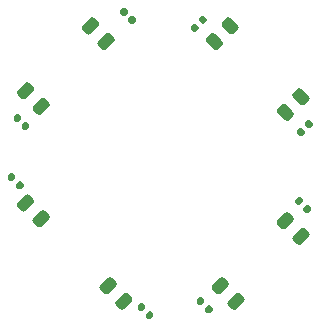
<source format=gbr>
%TF.GenerationSoftware,KiCad,Pcbnew,(5.1.6)-1*%
%TF.CreationDate,2021-01-25T18:01:45+00:00*%
%TF.ProjectId,Illum,496c6c75-6d2e-46b6-9963-61645f706362,rev?*%
%TF.SameCoordinates,Original*%
%TF.FileFunction,Paste,Top*%
%TF.FilePolarity,Positive*%
%FSLAX46Y46*%
G04 Gerber Fmt 4.6, Leading zero omitted, Abs format (unit mm)*
G04 Created by KiCad (PCBNEW (5.1.6)-1) date 2021-01-25 18:01:45*
%MOMM*%
%LPD*%
G01*
G04 APERTURE LIST*
G04 APERTURE END LIST*
%TO.C,R8*%
G36*
G01*
X117487625Y-117743674D02*
X117243673Y-117987625D01*
G75*
G02*
X117035077Y-117987625I-104298J104298D01*
G01*
X116826481Y-117779029D01*
G75*
G02*
X116826481Y-117570433I104298J104298D01*
G01*
X117070433Y-117326481D01*
G75*
G02*
X117279029Y-117326481I104298J-104298D01*
G01*
X117487625Y-117535077D01*
G75*
G02*
X117487625Y-117743673I-104298J-104298D01*
G01*
G37*
G36*
G01*
X118173519Y-118429568D02*
X117929567Y-118673519D01*
G75*
G02*
X117720971Y-118673519I-104298J104298D01*
G01*
X117512375Y-118464923D01*
G75*
G02*
X117512375Y-118256327I104298J104298D01*
G01*
X117756327Y-118012375D01*
G75*
G02*
X117964923Y-118012375I104298J-104298D01*
G01*
X118173519Y-118220971D01*
G75*
G02*
X118173519Y-118429567I-104298J-104298D01*
G01*
G37*
%TD*%
%TO.C,R7*%
G36*
G01*
X125855322Y-109756326D02*
X126099274Y-109512375D01*
G75*
G02*
X126307870Y-109512375I104298J-104298D01*
G01*
X126516466Y-109720971D01*
G75*
G02*
X126516466Y-109929567I-104298J-104298D01*
G01*
X126272514Y-110173519D01*
G75*
G02*
X126063918Y-110173519I-104298J104298D01*
G01*
X125855322Y-109964923D01*
G75*
G02*
X125855322Y-109756327I104298J104298D01*
G01*
G37*
G36*
G01*
X125169428Y-109070432D02*
X125413380Y-108826481D01*
G75*
G02*
X125621976Y-108826481I104298J-104298D01*
G01*
X125830572Y-109035077D01*
G75*
G02*
X125830572Y-109243673I-104298J-104298D01*
G01*
X125586620Y-109487625D01*
G75*
G02*
X125378024Y-109487625I-104298J104298D01*
G01*
X125169428Y-109279029D01*
G75*
G02*
X125169428Y-109070433I104298J104298D01*
G01*
G37*
%TD*%
%TO.C,D8*%
G36*
G01*
X119495581Y-117640816D02*
X120140816Y-116995581D01*
G75*
G02*
X120485530Y-116995581I172357J-172357D01*
G01*
X120830245Y-117340296D01*
G75*
G02*
X120830245Y-117685010I-172357J-172357D01*
G01*
X120185010Y-118330245D01*
G75*
G02*
X119840296Y-118330245I-172357J172357D01*
G01*
X119495581Y-117985530D01*
G75*
G02*
X119495581Y-117640816I172357J172357D01*
G01*
G37*
G36*
G01*
X118169755Y-116314990D02*
X118814990Y-115669755D01*
G75*
G02*
X119159704Y-115669755I172357J-172357D01*
G01*
X119504419Y-116014470D01*
G75*
G02*
X119504419Y-116359184I-172357J-172357D01*
G01*
X118859184Y-117004419D01*
G75*
G02*
X118514470Y-117004419I-172357J172357D01*
G01*
X118169755Y-116659704D01*
G75*
G02*
X118169755Y-116314990I172357J172357D01*
G01*
G37*
%TD*%
%TO.C,D7*%
G36*
G01*
X124995581Y-112140816D02*
X125640816Y-111495581D01*
G75*
G02*
X125985530Y-111495581I172357J-172357D01*
G01*
X126330245Y-111840296D01*
G75*
G02*
X126330245Y-112185010I-172357J-172357D01*
G01*
X125685010Y-112830245D01*
G75*
G02*
X125340296Y-112830245I-172357J172357D01*
G01*
X124995581Y-112485530D01*
G75*
G02*
X124995581Y-112140816I172357J172357D01*
G01*
G37*
G36*
G01*
X123669755Y-110814990D02*
X124314990Y-110169755D01*
G75*
G02*
X124659704Y-110169755I172357J-172357D01*
G01*
X125004419Y-110514470D01*
G75*
G02*
X125004419Y-110859184I-172357J-172357D01*
G01*
X124359184Y-111504419D01*
G75*
G02*
X124014470Y-111504419I-172357J172357D01*
G01*
X123669755Y-111159704D01*
G75*
G02*
X123669755Y-110814990I172357J172357D01*
G01*
G37*
%TD*%
%TO.C,D6*%
G36*
G01*
X125640816Y-101004419D02*
X124995581Y-100359184D01*
G75*
G02*
X124995581Y-100014470I172357J172357D01*
G01*
X125340296Y-99669755D01*
G75*
G02*
X125685010Y-99669755I172357J-172357D01*
G01*
X126330245Y-100314990D01*
G75*
G02*
X126330245Y-100659704I-172357J-172357D01*
G01*
X125985530Y-101004419D01*
G75*
G02*
X125640816Y-101004419I-172357J172357D01*
G01*
G37*
G36*
G01*
X124314990Y-102330245D02*
X123669755Y-101685010D01*
G75*
G02*
X123669755Y-101340296I172357J172357D01*
G01*
X124014470Y-100995581D01*
G75*
G02*
X124359184Y-100995581I172357J-172357D01*
G01*
X125004419Y-101640816D01*
G75*
G02*
X125004419Y-101985530I-172357J-172357D01*
G01*
X124659704Y-102330245D01*
G75*
G02*
X124314990Y-102330245I-172357J172357D01*
G01*
G37*
%TD*%
%TO.C,D5*%
G36*
G01*
X119640816Y-95004419D02*
X118995581Y-94359184D01*
G75*
G02*
X118995581Y-94014470I172357J172357D01*
G01*
X119340296Y-93669755D01*
G75*
G02*
X119685010Y-93669755I172357J-172357D01*
G01*
X120330245Y-94314990D01*
G75*
G02*
X120330245Y-94659704I-172357J-172357D01*
G01*
X119985530Y-95004419D01*
G75*
G02*
X119640816Y-95004419I-172357J172357D01*
G01*
G37*
G36*
G01*
X118314990Y-96330245D02*
X117669755Y-95685010D01*
G75*
G02*
X117669755Y-95340296I172357J172357D01*
G01*
X118014470Y-94995581D01*
G75*
G02*
X118359184Y-94995581I172357J-172357D01*
G01*
X119004419Y-95640816D01*
G75*
G02*
X119004419Y-95985530I-172357J-172357D01*
G01*
X118659704Y-96330245D01*
G75*
G02*
X118314990Y-96330245I-172357J172357D01*
G01*
G37*
%TD*%
%TO.C,D4*%
G36*
G01*
X109995581Y-117640816D02*
X110640816Y-116995581D01*
G75*
G02*
X110985530Y-116995581I172357J-172357D01*
G01*
X111330245Y-117340296D01*
G75*
G02*
X111330245Y-117685010I-172357J-172357D01*
G01*
X110685010Y-118330245D01*
G75*
G02*
X110340296Y-118330245I-172357J172357D01*
G01*
X109995581Y-117985530D01*
G75*
G02*
X109995581Y-117640816I172357J172357D01*
G01*
G37*
G36*
G01*
X108669755Y-116314990D02*
X109314990Y-115669755D01*
G75*
G02*
X109659704Y-115669755I172357J-172357D01*
G01*
X110004419Y-116014470D01*
G75*
G02*
X110004419Y-116359184I-172357J-172357D01*
G01*
X109359184Y-117004419D01*
G75*
G02*
X109014470Y-117004419I-172357J172357D01*
G01*
X108669755Y-116659704D01*
G75*
G02*
X108669755Y-116314990I172357J172357D01*
G01*
G37*
%TD*%
%TO.C,D3*%
G36*
G01*
X103004419Y-109359184D02*
X102359184Y-110004419D01*
G75*
G02*
X102014470Y-110004419I-172357J172357D01*
G01*
X101669755Y-109659704D01*
G75*
G02*
X101669755Y-109314990I172357J172357D01*
G01*
X102314990Y-108669755D01*
G75*
G02*
X102659704Y-108669755I172357J-172357D01*
G01*
X103004419Y-109014470D01*
G75*
G02*
X103004419Y-109359184I-172357J-172357D01*
G01*
G37*
G36*
G01*
X104330245Y-110685010D02*
X103685010Y-111330245D01*
G75*
G02*
X103340296Y-111330245I-172357J172357D01*
G01*
X102995581Y-110985530D01*
G75*
G02*
X102995581Y-110640816I172357J172357D01*
G01*
X103640816Y-109995581D01*
G75*
G02*
X103985530Y-109995581I172357J-172357D01*
G01*
X104330245Y-110340296D01*
G75*
G02*
X104330245Y-110685010I-172357J-172357D01*
G01*
G37*
%TD*%
%TO.C,D2*%
G36*
G01*
X103004419Y-99859184D02*
X102359184Y-100504419D01*
G75*
G02*
X102014470Y-100504419I-172357J172357D01*
G01*
X101669755Y-100159704D01*
G75*
G02*
X101669755Y-99814990I172357J172357D01*
G01*
X102314990Y-99169755D01*
G75*
G02*
X102659704Y-99169755I172357J-172357D01*
G01*
X103004419Y-99514470D01*
G75*
G02*
X103004419Y-99859184I-172357J-172357D01*
G01*
G37*
G36*
G01*
X104330245Y-101185010D02*
X103685010Y-101830245D01*
G75*
G02*
X103340296Y-101830245I-172357J172357D01*
G01*
X102995581Y-101485530D01*
G75*
G02*
X102995581Y-101140816I172357J172357D01*
G01*
X103640816Y-100495581D01*
G75*
G02*
X103985530Y-100495581I172357J-172357D01*
G01*
X104330245Y-100840296D01*
G75*
G02*
X104330245Y-101185010I-172357J-172357D01*
G01*
G37*
%TD*%
%TO.C,D1*%
G36*
G01*
X108504419Y-94359184D02*
X107859184Y-95004419D01*
G75*
G02*
X107514470Y-95004419I-172357J172357D01*
G01*
X107169755Y-94659704D01*
G75*
G02*
X107169755Y-94314990I172357J172357D01*
G01*
X107814990Y-93669755D01*
G75*
G02*
X108159704Y-93669755I172357J-172357D01*
G01*
X108504419Y-94014470D01*
G75*
G02*
X108504419Y-94359184I-172357J-172357D01*
G01*
G37*
G36*
G01*
X109830245Y-95685010D02*
X109185010Y-96330245D01*
G75*
G02*
X108840296Y-96330245I-172357J172357D01*
G01*
X108495581Y-95985530D01*
G75*
G02*
X108495581Y-95640816I172357J172357D01*
G01*
X109140816Y-94995581D01*
G75*
G02*
X109485530Y-94995581I172357J-172357D01*
G01*
X109830245Y-95340296D01*
G75*
G02*
X109830245Y-95685010I-172357J-172357D01*
G01*
G37*
%TD*%
%TO.C,R6*%
G36*
G01*
X125743674Y-103012375D02*
X125987625Y-103256327D01*
G75*
G02*
X125987625Y-103464923I-104298J-104298D01*
G01*
X125779029Y-103673519D01*
G75*
G02*
X125570433Y-103673519I-104298J104298D01*
G01*
X125326481Y-103429567D01*
G75*
G02*
X125326481Y-103220971I104298J104298D01*
G01*
X125535077Y-103012375D01*
G75*
G02*
X125743673Y-103012375I104298J-104298D01*
G01*
G37*
G36*
G01*
X126429568Y-102326481D02*
X126673519Y-102570433D01*
G75*
G02*
X126673519Y-102779029I-104298J-104298D01*
G01*
X126464923Y-102987625D01*
G75*
G02*
X126256327Y-102987625I-104298J104298D01*
G01*
X126012375Y-102743673D01*
G75*
G02*
X126012375Y-102535077I104298J104298D01*
G01*
X126220971Y-102326481D01*
G75*
G02*
X126429567Y-102326481I104298J-104298D01*
G01*
G37*
%TD*%
%TO.C,R5*%
G36*
G01*
X116743674Y-94169428D02*
X116987625Y-94413380D01*
G75*
G02*
X116987625Y-94621976I-104298J-104298D01*
G01*
X116779029Y-94830572D01*
G75*
G02*
X116570433Y-94830572I-104298J104298D01*
G01*
X116326481Y-94586620D01*
G75*
G02*
X116326481Y-94378024I104298J104298D01*
G01*
X116535077Y-94169428D01*
G75*
G02*
X116743673Y-94169428I104298J-104298D01*
G01*
G37*
G36*
G01*
X117429568Y-93483534D02*
X117673519Y-93727486D01*
G75*
G02*
X117673519Y-93936082I-104298J-104298D01*
G01*
X117464923Y-94144678D01*
G75*
G02*
X117256327Y-94144678I-104298J104298D01*
G01*
X117012375Y-93900726D01*
G75*
G02*
X117012375Y-93692130I104298J104298D01*
G01*
X117220971Y-93483534D01*
G75*
G02*
X117429567Y-93483534I104298J-104298D01*
G01*
G37*
%TD*%
%TO.C,R4*%
G36*
G01*
X112512375Y-118756326D02*
X112756327Y-118512375D01*
G75*
G02*
X112964923Y-118512375I104298J-104298D01*
G01*
X113173519Y-118720971D01*
G75*
G02*
X113173519Y-118929567I-104298J-104298D01*
G01*
X112929567Y-119173519D01*
G75*
G02*
X112720971Y-119173519I-104298J104298D01*
G01*
X112512375Y-118964923D01*
G75*
G02*
X112512375Y-118756327I104298J104298D01*
G01*
G37*
G36*
G01*
X111826481Y-118070432D02*
X112070433Y-117826481D01*
G75*
G02*
X112279029Y-117826481I104298J-104298D01*
G01*
X112487625Y-118035077D01*
G75*
G02*
X112487625Y-118243673I-104298J-104298D01*
G01*
X112243673Y-118487625D01*
G75*
G02*
X112035077Y-118487625I-104298J104298D01*
G01*
X111826481Y-118279029D01*
G75*
G02*
X111826481Y-118070433I104298J104298D01*
G01*
G37*
%TD*%
%TO.C,R3*%
G36*
G01*
X101487625Y-107243674D02*
X101243673Y-107487625D01*
G75*
G02*
X101035077Y-107487625I-104298J104298D01*
G01*
X100826481Y-107279029D01*
G75*
G02*
X100826481Y-107070433I104298J104298D01*
G01*
X101070433Y-106826481D01*
G75*
G02*
X101279029Y-106826481I104298J-104298D01*
G01*
X101487625Y-107035077D01*
G75*
G02*
X101487625Y-107243673I-104298J-104298D01*
G01*
G37*
G36*
G01*
X102173519Y-107929568D02*
X101929567Y-108173519D01*
G75*
G02*
X101720971Y-108173519I-104298J104298D01*
G01*
X101512375Y-107964923D01*
G75*
G02*
X101512375Y-107756327I104298J104298D01*
G01*
X101756327Y-107512375D01*
G75*
G02*
X101964923Y-107512375I104298J-104298D01*
G01*
X102173519Y-107720971D01*
G75*
G02*
X102173519Y-107929567I-104298J-104298D01*
G01*
G37*
%TD*%
%TO.C,R2*%
G36*
G01*
X101987625Y-102243674D02*
X101743673Y-102487625D01*
G75*
G02*
X101535077Y-102487625I-104298J104298D01*
G01*
X101326481Y-102279029D01*
G75*
G02*
X101326481Y-102070433I104298J104298D01*
G01*
X101570433Y-101826481D01*
G75*
G02*
X101779029Y-101826481I104298J-104298D01*
G01*
X101987625Y-102035077D01*
G75*
G02*
X101987625Y-102243673I-104298J-104298D01*
G01*
G37*
G36*
G01*
X102673519Y-102929568D02*
X102429567Y-103173519D01*
G75*
G02*
X102220971Y-103173519I-104298J104298D01*
G01*
X102012375Y-102964923D01*
G75*
G02*
X102012375Y-102756327I104298J104298D01*
G01*
X102256327Y-102512375D01*
G75*
G02*
X102464923Y-102512375I104298J-104298D01*
G01*
X102673519Y-102720971D01*
G75*
G02*
X102673519Y-102929567I-104298J-104298D01*
G01*
G37*
%TD*%
%TO.C,R1*%
G36*
G01*
X110987625Y-93243674D02*
X110743673Y-93487625D01*
G75*
G02*
X110535077Y-93487625I-104298J104298D01*
G01*
X110326481Y-93279029D01*
G75*
G02*
X110326481Y-93070433I104298J104298D01*
G01*
X110570433Y-92826481D01*
G75*
G02*
X110779029Y-92826481I104298J-104298D01*
G01*
X110987625Y-93035077D01*
G75*
G02*
X110987625Y-93243673I-104298J-104298D01*
G01*
G37*
G36*
G01*
X111673519Y-93929568D02*
X111429567Y-94173519D01*
G75*
G02*
X111220971Y-94173519I-104298J104298D01*
G01*
X111012375Y-93964923D01*
G75*
G02*
X111012375Y-93756327I104298J104298D01*
G01*
X111256327Y-93512375D01*
G75*
G02*
X111464923Y-93512375I104298J-104298D01*
G01*
X111673519Y-93720971D01*
G75*
G02*
X111673519Y-93929567I-104298J-104298D01*
G01*
G37*
%TD*%
M02*

</source>
